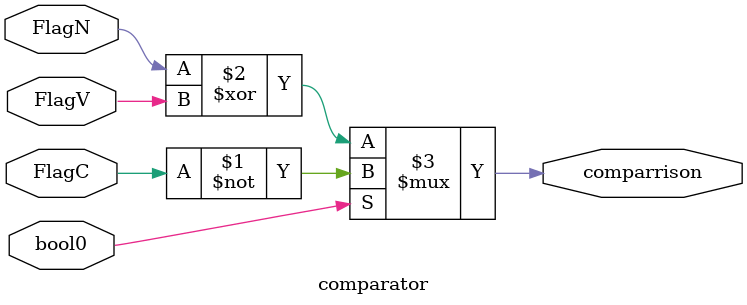
<source format=sv>
`timescale 1ns / 1ps


module comparator(
    input wire FlagN, FlagV, FlagC, bool0,
    output wire comparrison
    );
    
    //If bool0 is 0 then do LT
    //If bool0 is 1 then do LTU
    assign comparrison = bool0 ? ~FlagC : FlagN ^ FlagV;
    
    
endmodule

</source>
